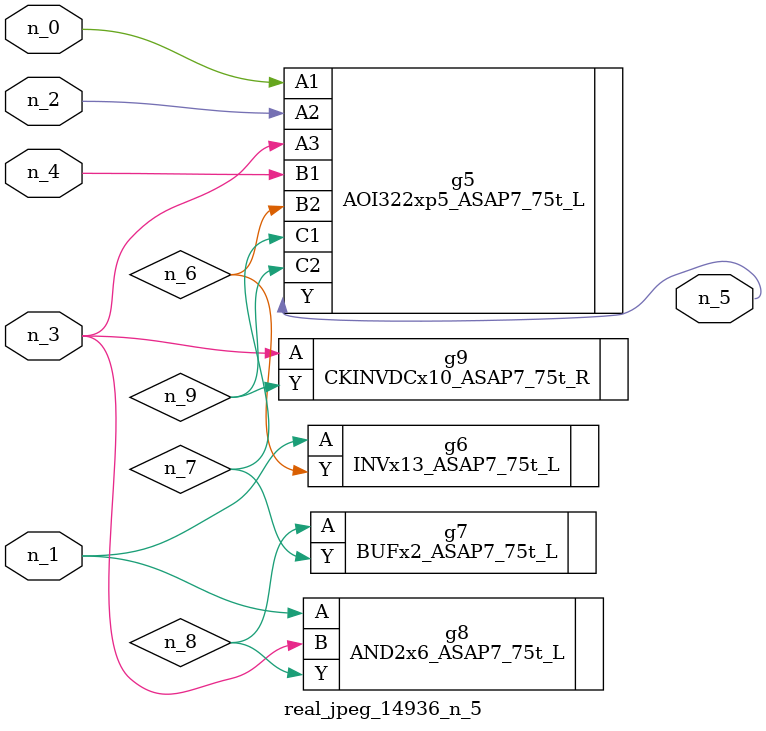
<source format=v>
module real_jpeg_14936_n_5 (n_4, n_0, n_1, n_2, n_3, n_5);

input n_4;
input n_0;
input n_1;
input n_2;
input n_3;

output n_5;

wire n_8;
wire n_6;
wire n_7;
wire n_9;

AOI322xp5_ASAP7_75t_L g5 ( 
.A1(n_0),
.A2(n_2),
.A3(n_3),
.B1(n_4),
.B2(n_6),
.C1(n_7),
.C2(n_9),
.Y(n_5)
);

INVx13_ASAP7_75t_L g6 ( 
.A(n_1),
.Y(n_6)
);

AND2x6_ASAP7_75t_L g8 ( 
.A(n_1),
.B(n_3),
.Y(n_8)
);

CKINVDCx10_ASAP7_75t_R g9 ( 
.A(n_3),
.Y(n_9)
);

BUFx2_ASAP7_75t_L g7 ( 
.A(n_8),
.Y(n_7)
);


endmodule
</source>
